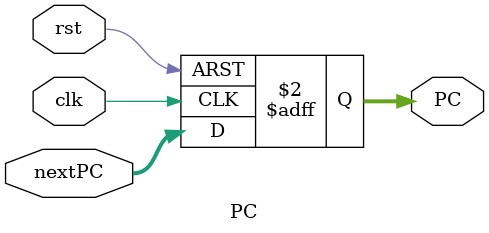
<source format=v>
module PC (
    input  clk,
    input  rst,
    input  [31:0] nextPC,
    output reg [31:0] PC
);
    always @(posedge clk, posedge rst) begin
        if(rst) begin
            PC <= 32'b0;
        end
        else begin
            PC <= nextPC;
        end  
    end
    
endmodule
</source>
